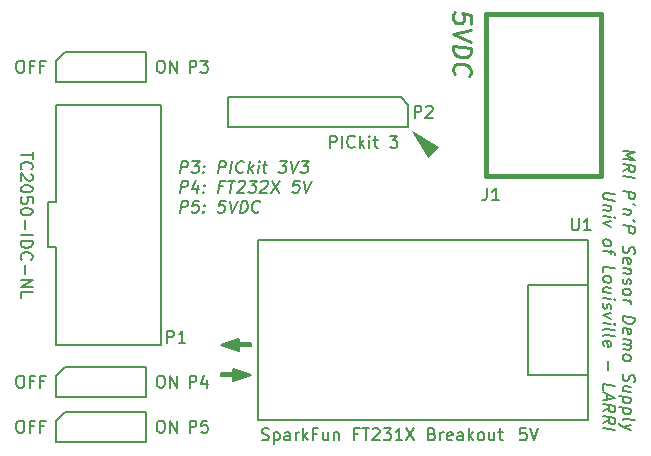
<source format=gbr>
%TF.GenerationSoftware,KiCad,Pcbnew,(5.1.9)-1*%
%TF.CreationDate,2021-03-12T12:12:47-05:00*%
%TF.ProjectId,ProgramBoard,50726f67-7261-46d4-926f-6172642e6b69,rev?*%
%TF.SameCoordinates,PX54c81a0PY791ddc0*%
%TF.FileFunction,Legend,Top*%
%TF.FilePolarity,Positive*%
%FSLAX46Y46*%
G04 Gerber Fmt 4.6, Leading zero omitted, Abs format (unit mm)*
G04 Created by KiCad (PCBNEW (5.1.9)-1) date 2021-03-12 12:12:47*
%MOMM*%
%LPD*%
G01*
G04 APERTURE LIST*
%ADD10C,0.152400*%
%ADD11C,0.254000*%
%ADD12C,0.100000*%
%ADD13C,0.381000*%
G04 APERTURE END LIST*
D10*
X45526476Y3096381D02*
X45042666Y3096381D01*
X44994285Y2612572D01*
X45042666Y2660953D01*
X45139428Y2709334D01*
X45381333Y2709334D01*
X45478095Y2660953D01*
X45526476Y2612572D01*
X45574857Y2515810D01*
X45574857Y2273905D01*
X45526476Y2177143D01*
X45478095Y2128762D01*
X45381333Y2080381D01*
X45139428Y2080381D01*
X45042666Y2128762D01*
X44994285Y2177143D01*
X45865142Y3096381D02*
X46203809Y2080381D01*
X46542476Y3096381D01*
X21209001Y7620000D02*
X20828000Y7493000D01*
X21209001Y7620000D02*
X20828000Y7747000D01*
X20701000Y7747000D02*
X19685000Y7747000D01*
X20701000Y7493000D02*
X19685000Y7493000D01*
X19685000Y7493000D02*
X19685000Y7747000D01*
X21717000Y7620000D02*
X20701000Y7874000D01*
X20701000Y7112000D02*
X22225000Y7620000D01*
X21717000Y7620000D02*
X20701000Y7366000D01*
X22225000Y7620000D02*
X20701000Y8128000D01*
X22225000Y7620000D02*
X19685000Y7620000D01*
X20701000Y8128000D02*
X20701000Y7112000D01*
X21971000Y7620000D02*
X20701000Y7239000D01*
X21844000Y7620000D02*
X20701000Y8001000D01*
X20701000Y10160000D02*
X21082000Y10287000D01*
X20701000Y10160000D02*
X21082000Y10033000D01*
X21209000Y10033000D02*
X22225000Y10033000D01*
X21209000Y10287000D02*
X22225000Y10287000D01*
X22225000Y10287000D02*
X22225000Y10033000D01*
X20193000Y10160000D02*
X21209000Y9906000D01*
X21209000Y10668000D02*
X19685000Y10160000D01*
X20193000Y10160000D02*
X21209000Y10414000D01*
X19685000Y10160000D02*
X21209000Y9652000D01*
X19685000Y10160000D02*
X22225000Y10160000D01*
X21209000Y9652000D02*
X21209000Y10668000D01*
X19939000Y10160000D02*
X21209000Y10541000D01*
X20066000Y10160000D02*
X21209000Y9779000D01*
X28915964Y26845381D02*
X28915964Y27861381D01*
X29303012Y27861381D01*
X29399774Y27813000D01*
X29448155Y27764620D01*
X29496536Y27667858D01*
X29496536Y27522715D01*
X29448155Y27425953D01*
X29399774Y27377572D01*
X29303012Y27329191D01*
X28915964Y27329191D01*
X29931964Y26845381D02*
X29931964Y27861381D01*
X30996345Y26942143D02*
X30947964Y26893762D01*
X30802821Y26845381D01*
X30706060Y26845381D01*
X30560917Y26893762D01*
X30464155Y26990524D01*
X30415774Y27087286D01*
X30367393Y27280810D01*
X30367393Y27425953D01*
X30415774Y27619477D01*
X30464155Y27716239D01*
X30560917Y27813000D01*
X30706060Y27861381D01*
X30802821Y27861381D01*
X30947964Y27813000D01*
X30996345Y27764620D01*
X31431774Y26845381D02*
X31431774Y27861381D01*
X31528536Y27232429D02*
X31818821Y26845381D01*
X31818821Y27522715D02*
X31431774Y27135667D01*
X32254250Y26845381D02*
X32254250Y27522715D01*
X32254250Y27861381D02*
X32205869Y27813000D01*
X32254250Y27764620D01*
X32302631Y27813000D01*
X32254250Y27861381D01*
X32254250Y27764620D01*
X32592917Y27522715D02*
X32979964Y27522715D01*
X32738060Y27861381D02*
X32738060Y26990524D01*
X32786440Y26893762D01*
X32883202Y26845381D01*
X32979964Y26845381D01*
X33995964Y27861381D02*
X34624917Y27861381D01*
X34286250Y27474334D01*
X34431393Y27474334D01*
X34528155Y27425953D01*
X34576536Y27377572D01*
X34624917Y27280810D01*
X34624917Y27038905D01*
X34576536Y26942143D01*
X34528155Y26893762D01*
X34431393Y26845381D01*
X34141107Y26845381D01*
X34044345Y26893762D01*
X33995964Y26942143D01*
X53718580Y26603325D02*
X54734580Y26476325D01*
X54008866Y26228373D01*
X54734580Y25798992D01*
X53718580Y25925992D01*
X53718580Y24861611D02*
X54202390Y25139802D01*
X53718580Y25442183D02*
X54734580Y25315183D01*
X54734580Y24928135D01*
X54686200Y24837421D01*
X54637819Y24795087D01*
X54541057Y24758802D01*
X54395914Y24776945D01*
X54299152Y24837421D01*
X54250771Y24891849D01*
X54202390Y24994659D01*
X54202390Y25381706D01*
X53718580Y24426183D02*
X54734580Y24299183D01*
X53718580Y23168278D02*
X54734580Y23041278D01*
X54734580Y22654230D01*
X54686200Y22563516D01*
X54637819Y22521183D01*
X54541057Y22484897D01*
X54395914Y22503040D01*
X54299152Y22563516D01*
X54250771Y22617945D01*
X54202390Y22720754D01*
X54202390Y23107802D01*
X54734580Y21976897D02*
X54541057Y22097849D01*
X54395914Y21583802D02*
X53718580Y21668468D01*
X54299152Y21595897D02*
X54347533Y21541468D01*
X54395914Y21438659D01*
X54395914Y21293516D01*
X54347533Y21202802D01*
X54250771Y21166516D01*
X53718580Y21233040D01*
X54734580Y20573849D02*
X54541057Y20694802D01*
X53718580Y20265421D02*
X54734580Y20138421D01*
X54734580Y19751373D01*
X54686200Y19660659D01*
X54637819Y19618326D01*
X54541057Y19582040D01*
X54395914Y19600183D01*
X54299152Y19660659D01*
X54250771Y19715087D01*
X54202390Y19817897D01*
X54202390Y20204945D01*
X53766961Y18517659D02*
X53718580Y18378564D01*
X53718580Y18136659D01*
X53766961Y18033849D01*
X53815342Y17979421D01*
X53912104Y17918945D01*
X54008866Y17906849D01*
X54105628Y17943135D01*
X54154009Y17985468D01*
X54202390Y18076183D01*
X54250771Y18263659D01*
X54299152Y18354373D01*
X54347533Y18396706D01*
X54444295Y18432992D01*
X54541057Y18420897D01*
X54637819Y18360421D01*
X54686200Y18305992D01*
X54734580Y18203183D01*
X54734580Y17961278D01*
X54686200Y17822183D01*
X53766961Y17114611D02*
X53718580Y17217421D01*
X53718580Y17410945D01*
X53766961Y17501659D01*
X53863723Y17537945D01*
X54250771Y17489564D01*
X54347533Y17429087D01*
X54395914Y17326278D01*
X54395914Y17132754D01*
X54347533Y17042040D01*
X54250771Y17005754D01*
X54154009Y17017849D01*
X54057247Y17513754D01*
X54395914Y16552183D02*
X53718580Y16636849D01*
X54299152Y16564278D02*
X54347533Y16509849D01*
X54395914Y16407040D01*
X54395914Y16261897D01*
X54347533Y16171183D01*
X54250771Y16134897D01*
X53718580Y16201421D01*
X53766961Y15759945D02*
X53718580Y15669230D01*
X53718580Y15475706D01*
X53766961Y15372897D01*
X53863723Y15312421D01*
X53912104Y15306373D01*
X54008866Y15342659D01*
X54057247Y15433373D01*
X54057247Y15578516D01*
X54105628Y15669230D01*
X54202390Y15705516D01*
X54250771Y15699468D01*
X54347533Y15638992D01*
X54395914Y15536183D01*
X54395914Y15391040D01*
X54347533Y15300325D01*
X53718580Y14749992D02*
X53766961Y14840706D01*
X53815342Y14883040D01*
X53912104Y14919325D01*
X54202390Y14883040D01*
X54299152Y14822564D01*
X54347533Y14768135D01*
X54395914Y14665325D01*
X54395914Y14520183D01*
X54347533Y14429468D01*
X54299152Y14387135D01*
X54202390Y14350849D01*
X53912104Y14387135D01*
X53815342Y14447611D01*
X53766961Y14502040D01*
X53718580Y14604849D01*
X53718580Y14749992D01*
X53718580Y13975897D02*
X54395914Y13891230D01*
X54202390Y13915421D02*
X54299152Y13854945D01*
X54347533Y13800516D01*
X54395914Y13697706D01*
X54395914Y13600945D01*
X53718580Y12572849D02*
X54734580Y12445849D01*
X54734580Y12203945D01*
X54686200Y12064849D01*
X54589438Y11980183D01*
X54492676Y11943897D01*
X54299152Y11919706D01*
X54154009Y11937849D01*
X53960485Y12010421D01*
X53863723Y12070897D01*
X53766961Y12179754D01*
X53718580Y12330945D01*
X53718580Y12572849D01*
X53766961Y11163754D02*
X53718580Y11266564D01*
X53718580Y11460087D01*
X53766961Y11550802D01*
X53863723Y11587087D01*
X54250771Y11538706D01*
X54347533Y11478230D01*
X54395914Y11375421D01*
X54395914Y11181897D01*
X54347533Y11091183D01*
X54250771Y11054897D01*
X54154009Y11066992D01*
X54057247Y11562897D01*
X53718580Y10685992D02*
X54395914Y10601325D01*
X54299152Y10613421D02*
X54347533Y10558992D01*
X54395914Y10456183D01*
X54395914Y10311040D01*
X54347533Y10220325D01*
X54250771Y10184040D01*
X53718580Y10250564D01*
X54250771Y10184040D02*
X54347533Y10123564D01*
X54395914Y10020754D01*
X54395914Y9875611D01*
X54347533Y9784897D01*
X54250771Y9748611D01*
X53718580Y9815135D01*
X53718580Y9186183D02*
X53766961Y9276897D01*
X53815342Y9319230D01*
X53912104Y9355516D01*
X54202390Y9319230D01*
X54299152Y9258754D01*
X54347533Y9204325D01*
X54395914Y9101516D01*
X54395914Y8956373D01*
X54347533Y8865659D01*
X54299152Y8823325D01*
X54202390Y8787040D01*
X53912104Y8823325D01*
X53815342Y8883802D01*
X53766961Y8938230D01*
X53718580Y9041040D01*
X53718580Y9186183D01*
X53766961Y7680325D02*
X53718580Y7541230D01*
X53718580Y7299325D01*
X53766961Y7196516D01*
X53815342Y7142087D01*
X53912104Y7081611D01*
X54008866Y7069516D01*
X54105628Y7105802D01*
X54154009Y7148135D01*
X54202390Y7238849D01*
X54250771Y7426325D01*
X54299152Y7517040D01*
X54347533Y7559373D01*
X54444295Y7595659D01*
X54541057Y7583564D01*
X54637819Y7523087D01*
X54686200Y7468659D01*
X54734580Y7365849D01*
X54734580Y7123945D01*
X54686200Y6984849D01*
X54395914Y6150278D02*
X53718580Y6234945D01*
X54395914Y6585706D02*
X53863723Y6652230D01*
X53766961Y6615945D01*
X53718580Y6525230D01*
X53718580Y6380087D01*
X53766961Y6277278D01*
X53815342Y6222849D01*
X54395914Y5666468D02*
X53379914Y5793468D01*
X54347533Y5672516D02*
X54395914Y5569706D01*
X54395914Y5376183D01*
X54347533Y5285468D01*
X54299152Y5243135D01*
X54202390Y5206849D01*
X53912104Y5243135D01*
X53815342Y5303611D01*
X53766961Y5358040D01*
X53718580Y5460849D01*
X53718580Y5654373D01*
X53766961Y5745087D01*
X54395914Y4747230D02*
X53379914Y4874230D01*
X54347533Y4753278D02*
X54395914Y4650468D01*
X54395914Y4456945D01*
X54347533Y4366230D01*
X54299152Y4323897D01*
X54202390Y4287611D01*
X53912104Y4323897D01*
X53815342Y4384373D01*
X53766961Y4438802D01*
X53718580Y4541611D01*
X53718580Y4735135D01*
X53766961Y4825849D01*
X53718580Y3767516D02*
X53766961Y3858230D01*
X53863723Y3894516D01*
X54734580Y3785659D01*
X54395914Y3392564D02*
X53718580Y3235325D01*
X54395914Y2908754D02*
X53718580Y3235325D01*
X53476676Y3362325D01*
X53428295Y3416754D01*
X53379914Y3519564D01*
X53058180Y22944516D02*
X52235704Y23047326D01*
X52138942Y23011040D01*
X52090561Y22968706D01*
X52042180Y22877992D01*
X52042180Y22684468D01*
X52090561Y22581659D01*
X52138942Y22527230D01*
X52235704Y22466754D01*
X53058180Y22363945D01*
X52719514Y21922468D02*
X52042180Y22007135D01*
X52622752Y21934564D02*
X52671133Y21880135D01*
X52719514Y21777326D01*
X52719514Y21632183D01*
X52671133Y21541468D01*
X52574371Y21505183D01*
X52042180Y21571706D01*
X52042180Y21087897D02*
X52719514Y21003230D01*
X53058180Y20960897D02*
X53009800Y21015326D01*
X52961419Y20972992D01*
X53009800Y20918564D01*
X53058180Y20960897D01*
X52961419Y20972992D01*
X52719514Y20616183D02*
X52042180Y20458945D01*
X52719514Y20132373D01*
X52042180Y18910754D02*
X52090561Y19001468D01*
X52138942Y19043802D01*
X52235704Y19080087D01*
X52525990Y19043802D01*
X52622752Y18983326D01*
X52671133Y18928897D01*
X52719514Y18826087D01*
X52719514Y18680945D01*
X52671133Y18590230D01*
X52622752Y18547897D01*
X52525990Y18511611D01*
X52235704Y18547897D01*
X52138942Y18608373D01*
X52090561Y18662802D01*
X52042180Y18765611D01*
X52042180Y18910754D01*
X52719514Y18197135D02*
X52719514Y17810087D01*
X52042180Y18136659D02*
X52913038Y18027802D01*
X53009800Y17967326D01*
X53058180Y17864516D01*
X53058180Y17767754D01*
X52042180Y16298183D02*
X52042180Y16781992D01*
X53058180Y16654992D01*
X52042180Y15814373D02*
X52090561Y15905087D01*
X52138942Y15947421D01*
X52235704Y15983706D01*
X52525990Y15947421D01*
X52622752Y15886945D01*
X52671133Y15832516D01*
X52719514Y15729706D01*
X52719514Y15584564D01*
X52671133Y15493849D01*
X52622752Y15451516D01*
X52525990Y15415230D01*
X52235704Y15451516D01*
X52138942Y15511992D01*
X52090561Y15566421D01*
X52042180Y15669230D01*
X52042180Y15814373D01*
X52719514Y14520183D02*
X52042180Y14604849D01*
X52719514Y14955611D02*
X52187323Y15022135D01*
X52090561Y14985849D01*
X52042180Y14895135D01*
X52042180Y14749992D01*
X52090561Y14647183D01*
X52138942Y14592754D01*
X52042180Y14121040D02*
X52719514Y14036373D01*
X53058180Y13994040D02*
X53009800Y14048468D01*
X52961419Y14006135D01*
X53009800Y13951706D01*
X53058180Y13994040D01*
X52961419Y14006135D01*
X52090561Y13679564D02*
X52042180Y13588849D01*
X52042180Y13395326D01*
X52090561Y13292516D01*
X52187323Y13232040D01*
X52235704Y13225992D01*
X52332466Y13262278D01*
X52380847Y13352992D01*
X52380847Y13498135D01*
X52429228Y13588849D01*
X52525990Y13625135D01*
X52574371Y13619087D01*
X52671133Y13558611D01*
X52719514Y13455802D01*
X52719514Y13310659D01*
X52671133Y13219945D01*
X52719514Y12826849D02*
X52042180Y12669611D01*
X52719514Y12343040D01*
X52042180Y12040659D02*
X52719514Y11955992D01*
X53058180Y11913659D02*
X53009800Y11968087D01*
X52961419Y11925754D01*
X53009800Y11871326D01*
X53058180Y11913659D01*
X52961419Y11925754D01*
X52042180Y11411706D02*
X52090561Y11502421D01*
X52187323Y11538706D01*
X53058180Y11429849D01*
X52042180Y10879516D02*
X52090561Y10970230D01*
X52187323Y11006516D01*
X53058180Y10897659D01*
X52090561Y10099373D02*
X52042180Y10202183D01*
X52042180Y10395706D01*
X52090561Y10486421D01*
X52187323Y10522706D01*
X52574371Y10474326D01*
X52671133Y10413849D01*
X52719514Y10311040D01*
X52719514Y10117516D01*
X52671133Y10026802D01*
X52574371Y9990516D01*
X52477609Y10002611D01*
X52380847Y10498516D01*
X52429228Y8799135D02*
X52429228Y8025040D01*
X52042180Y6331706D02*
X52042180Y6815516D01*
X53058180Y6688516D01*
X52332466Y6005135D02*
X52332466Y5521325D01*
X52042180Y6138183D02*
X53058180Y5672516D01*
X52042180Y5460849D01*
X52042180Y4541611D02*
X52525990Y4819802D01*
X52042180Y5122183D02*
X53058180Y4995183D01*
X53058180Y4608135D01*
X53009800Y4517421D01*
X52961419Y4475087D01*
X52864657Y4438802D01*
X52719514Y4456945D01*
X52622752Y4517421D01*
X52574371Y4571849D01*
X52525990Y4674659D01*
X52525990Y5061706D01*
X52042180Y3525611D02*
X52525990Y3803802D01*
X52042180Y4106183D02*
X53058180Y3979183D01*
X53058180Y3592135D01*
X53009800Y3501421D01*
X52961419Y3459087D01*
X52864657Y3422802D01*
X52719514Y3440945D01*
X52622752Y3501421D01*
X52574371Y3555849D01*
X52525990Y3658659D01*
X52525990Y4045706D01*
X52042180Y3090183D02*
X53058180Y2963183D01*
X3731380Y26512762D02*
X3731380Y25932191D01*
X2715380Y26222477D02*
X3731380Y26222477D01*
X2812142Y25012953D02*
X2763761Y25061334D01*
X2715380Y25206477D01*
X2715380Y25303239D01*
X2763761Y25448381D01*
X2860523Y25545143D01*
X2957285Y25593524D01*
X3150809Y25641905D01*
X3295952Y25641905D01*
X3489476Y25593524D01*
X3586238Y25545143D01*
X3683000Y25448381D01*
X3731380Y25303239D01*
X3731380Y25206477D01*
X3683000Y25061334D01*
X3634619Y25012953D01*
X3634619Y24625905D02*
X3683000Y24577524D01*
X3731380Y24480762D01*
X3731380Y24238858D01*
X3683000Y24142096D01*
X3634619Y24093715D01*
X3537857Y24045334D01*
X3441095Y24045334D01*
X3295952Y24093715D01*
X2715380Y24674286D01*
X2715380Y24045334D01*
X3731380Y23416381D02*
X3731380Y23319620D01*
X3683000Y23222858D01*
X3634619Y23174477D01*
X3537857Y23126096D01*
X3344333Y23077715D01*
X3102428Y23077715D01*
X2908904Y23126096D01*
X2812142Y23174477D01*
X2763761Y23222858D01*
X2715380Y23319620D01*
X2715380Y23416381D01*
X2763761Y23513143D01*
X2812142Y23561524D01*
X2908904Y23609905D01*
X3102428Y23658286D01*
X3344333Y23658286D01*
X3537857Y23609905D01*
X3634619Y23561524D01*
X3683000Y23513143D01*
X3731380Y23416381D01*
X3731380Y22158477D02*
X3731380Y22642286D01*
X3247571Y22690667D01*
X3295952Y22642286D01*
X3344333Y22545524D01*
X3344333Y22303620D01*
X3295952Y22206858D01*
X3247571Y22158477D01*
X3150809Y22110096D01*
X2908904Y22110096D01*
X2812142Y22158477D01*
X2763761Y22206858D01*
X2715380Y22303620D01*
X2715380Y22545524D01*
X2763761Y22642286D01*
X2812142Y22690667D01*
X3731380Y21481143D02*
X3731380Y21384381D01*
X3683000Y21287620D01*
X3634619Y21239239D01*
X3537857Y21190858D01*
X3344333Y21142477D01*
X3102428Y21142477D01*
X2908904Y21190858D01*
X2812142Y21239239D01*
X2763761Y21287620D01*
X2715380Y21384381D01*
X2715380Y21481143D01*
X2763761Y21577905D01*
X2812142Y21626286D01*
X2908904Y21674667D01*
X3102428Y21723048D01*
X3344333Y21723048D01*
X3537857Y21674667D01*
X3634619Y21626286D01*
X3683000Y21577905D01*
X3731380Y21481143D01*
X3102428Y20707048D02*
X3102428Y19932953D01*
X2715380Y19449143D02*
X3731380Y19449143D01*
X2715380Y18965334D02*
X3731380Y18965334D01*
X3731380Y18723429D01*
X3683000Y18578286D01*
X3586238Y18481524D01*
X3489476Y18433143D01*
X3295952Y18384762D01*
X3150809Y18384762D01*
X2957285Y18433143D01*
X2860523Y18481524D01*
X2763761Y18578286D01*
X2715380Y18723429D01*
X2715380Y18965334D01*
X2812142Y17368762D02*
X2763761Y17417143D01*
X2715380Y17562286D01*
X2715380Y17659048D01*
X2763761Y17804191D01*
X2860523Y17900953D01*
X2957285Y17949334D01*
X3150809Y17997715D01*
X3295952Y17997715D01*
X3489476Y17949334D01*
X3586238Y17900953D01*
X3683000Y17804191D01*
X3731380Y17659048D01*
X3731380Y17562286D01*
X3683000Y17417143D01*
X3634619Y17368762D01*
X3102428Y16933334D02*
X3102428Y16159239D01*
X2715380Y15675429D02*
X3731380Y15675429D01*
X2715380Y15094858D01*
X3731380Y15094858D01*
X2715380Y14127239D02*
X2715380Y14611048D01*
X3731380Y14611048D01*
X16222012Y24711781D02*
X16349012Y25727781D01*
X16736060Y25727781D01*
X16826774Y25679400D01*
X16869107Y25631020D01*
X16905393Y25534258D01*
X16887250Y25389115D01*
X16826774Y25292353D01*
X16772345Y25243972D01*
X16669536Y25195591D01*
X16282488Y25195591D01*
X17268250Y25727781D02*
X17897202Y25727781D01*
X17510155Y25340734D01*
X17655298Y25340734D01*
X17746012Y25292353D01*
X17788345Y25243972D01*
X17824631Y25147210D01*
X17794393Y24905305D01*
X17733917Y24808543D01*
X17679488Y24760162D01*
X17576679Y24711781D01*
X17286393Y24711781D01*
X17195679Y24760162D01*
X17153345Y24808543D01*
X18217726Y24808543D02*
X18260060Y24760162D01*
X18205631Y24711781D01*
X18163298Y24760162D01*
X18217726Y24808543D01*
X18205631Y24711781D01*
X18284250Y25340734D02*
X18326583Y25292353D01*
X18272155Y25243972D01*
X18229821Y25292353D01*
X18284250Y25340734D01*
X18272155Y25243972D01*
X19463536Y24711781D02*
X19590536Y25727781D01*
X19977583Y25727781D01*
X20068298Y25679400D01*
X20110631Y25631020D01*
X20146917Y25534258D01*
X20128774Y25389115D01*
X20068298Y25292353D01*
X20013869Y25243972D01*
X19911060Y25195591D01*
X19524012Y25195591D01*
X20479536Y24711781D02*
X20606536Y25727781D01*
X21556012Y24808543D02*
X21501583Y24760162D01*
X21350393Y24711781D01*
X21253631Y24711781D01*
X21114536Y24760162D01*
X21029869Y24856924D01*
X20993583Y24953686D01*
X20969393Y25147210D01*
X20987536Y25292353D01*
X21060107Y25485877D01*
X21120583Y25582639D01*
X21229440Y25679400D01*
X21380631Y25727781D01*
X21477393Y25727781D01*
X21616488Y25679400D01*
X21658821Y25631020D01*
X21979345Y24711781D02*
X22106345Y25727781D01*
X22124488Y25098829D02*
X22366393Y24711781D01*
X22451060Y25389115D02*
X22015631Y25002067D01*
X22801821Y24711781D02*
X22886488Y25389115D01*
X22928821Y25727781D02*
X22874393Y25679400D01*
X22916726Y25631020D01*
X22971155Y25679400D01*
X22928821Y25727781D01*
X22916726Y25631020D01*
X23225155Y25389115D02*
X23612202Y25389115D01*
X23412631Y25727781D02*
X23303774Y24856924D01*
X23340060Y24760162D01*
X23430774Y24711781D01*
X23527536Y24711781D01*
X24670536Y25727781D02*
X25299488Y25727781D01*
X24912440Y25340734D01*
X25057583Y25340734D01*
X25148298Y25292353D01*
X25190631Y25243972D01*
X25226917Y25147210D01*
X25196679Y24905305D01*
X25136202Y24808543D01*
X25081774Y24760162D01*
X24978964Y24711781D01*
X24688679Y24711781D01*
X24597964Y24760162D01*
X24555631Y24808543D01*
X25589774Y25727781D02*
X25801440Y24711781D01*
X26267107Y25727781D01*
X26509012Y25727781D02*
X27137964Y25727781D01*
X26750917Y25340734D01*
X26896060Y25340734D01*
X26986774Y25292353D01*
X27029107Y25243972D01*
X27065393Y25147210D01*
X27035155Y24905305D01*
X26974679Y24808543D01*
X26920250Y24760162D01*
X26817440Y24711781D01*
X26527155Y24711781D01*
X26436440Y24760162D01*
X26394107Y24808543D01*
X16222012Y23035381D02*
X16349012Y24051381D01*
X16736060Y24051381D01*
X16826774Y24003000D01*
X16869107Y23954620D01*
X16905393Y23857858D01*
X16887250Y23712715D01*
X16826774Y23615953D01*
X16772345Y23567572D01*
X16669536Y23519191D01*
X16282488Y23519191D01*
X17758107Y23712715D02*
X17673440Y23035381D01*
X17564583Y24099762D02*
X17231964Y23374048D01*
X17860917Y23374048D01*
X18217726Y23132143D02*
X18260060Y23083762D01*
X18205631Y23035381D01*
X18163298Y23083762D01*
X18217726Y23132143D01*
X18205631Y23035381D01*
X18284250Y23664334D02*
X18326583Y23615953D01*
X18272155Y23567572D01*
X18229821Y23615953D01*
X18284250Y23664334D01*
X18272155Y23567572D01*
X19868726Y23567572D02*
X19530060Y23567572D01*
X19463536Y23035381D02*
X19590536Y24051381D01*
X20074345Y24051381D01*
X20316250Y24051381D02*
X20896821Y24051381D01*
X20479536Y23035381D02*
X20606536Y24051381D01*
X21175012Y23954620D02*
X21229440Y24003000D01*
X21332250Y24051381D01*
X21574155Y24051381D01*
X21664869Y24003000D01*
X21707202Y23954620D01*
X21743488Y23857858D01*
X21731393Y23761096D01*
X21664869Y23615953D01*
X21011726Y23035381D01*
X21640679Y23035381D01*
X22106345Y24051381D02*
X22735298Y24051381D01*
X22348250Y23664334D01*
X22493393Y23664334D01*
X22584107Y23615953D01*
X22626440Y23567572D01*
X22662726Y23470810D01*
X22632488Y23228905D01*
X22572012Y23132143D01*
X22517583Y23083762D01*
X22414774Y23035381D01*
X22124488Y23035381D01*
X22033774Y23083762D01*
X21991440Y23132143D01*
X23110250Y23954620D02*
X23164679Y24003000D01*
X23267488Y24051381D01*
X23509393Y24051381D01*
X23600107Y24003000D01*
X23642440Y23954620D01*
X23678726Y23857858D01*
X23666631Y23761096D01*
X23600107Y23615953D01*
X22946964Y23035381D01*
X23575917Y23035381D01*
X24041583Y24051381D02*
X24591917Y23035381D01*
X24718917Y24051381D02*
X23914583Y23035381D01*
X26363869Y24051381D02*
X25880060Y24051381D01*
X25771202Y23567572D01*
X25825631Y23615953D01*
X25928440Y23664334D01*
X26170345Y23664334D01*
X26261060Y23615953D01*
X26303393Y23567572D01*
X26339679Y23470810D01*
X26309440Y23228905D01*
X26248964Y23132143D01*
X26194536Y23083762D01*
X26091726Y23035381D01*
X25849821Y23035381D01*
X25759107Y23083762D01*
X25716774Y23132143D01*
X26702536Y24051381D02*
X26914202Y23035381D01*
X27379869Y24051381D01*
X16222012Y21358981D02*
X16349012Y22374981D01*
X16736060Y22374981D01*
X16826774Y22326600D01*
X16869107Y22278220D01*
X16905393Y22181458D01*
X16887250Y22036315D01*
X16826774Y21939553D01*
X16772345Y21891172D01*
X16669536Y21842791D01*
X16282488Y21842791D01*
X17848821Y22374981D02*
X17365012Y22374981D01*
X17256155Y21891172D01*
X17310583Y21939553D01*
X17413393Y21987934D01*
X17655298Y21987934D01*
X17746012Y21939553D01*
X17788345Y21891172D01*
X17824631Y21794410D01*
X17794393Y21552505D01*
X17733917Y21455743D01*
X17679488Y21407362D01*
X17576679Y21358981D01*
X17334774Y21358981D01*
X17244060Y21407362D01*
X17201726Y21455743D01*
X18217726Y21455743D02*
X18260060Y21407362D01*
X18205631Y21358981D01*
X18163298Y21407362D01*
X18217726Y21455743D01*
X18205631Y21358981D01*
X18284250Y21987934D02*
X18326583Y21939553D01*
X18272155Y21891172D01*
X18229821Y21939553D01*
X18284250Y21987934D01*
X18272155Y21891172D01*
X20074345Y22374981D02*
X19590536Y22374981D01*
X19481679Y21891172D01*
X19536107Y21939553D01*
X19638917Y21987934D01*
X19880821Y21987934D01*
X19971536Y21939553D01*
X20013869Y21891172D01*
X20050155Y21794410D01*
X20019917Y21552505D01*
X19959440Y21455743D01*
X19905012Y21407362D01*
X19802202Y21358981D01*
X19560298Y21358981D01*
X19469583Y21407362D01*
X19427250Y21455743D01*
X20413012Y22374981D02*
X20624679Y21358981D01*
X21090345Y22374981D01*
X21302012Y21358981D02*
X21429012Y22374981D01*
X21670917Y22374981D01*
X21810012Y22326600D01*
X21894679Y22229839D01*
X21930964Y22133077D01*
X21955155Y21939553D01*
X21937012Y21794410D01*
X21864440Y21600886D01*
X21803964Y21504124D01*
X21695107Y21407362D01*
X21543917Y21358981D01*
X21302012Y21358981D01*
X22910679Y21455743D02*
X22856250Y21407362D01*
X22705060Y21358981D01*
X22608298Y21358981D01*
X22469202Y21407362D01*
X22384536Y21504124D01*
X22348250Y21600886D01*
X22324060Y21794410D01*
X22342202Y21939553D01*
X22414774Y22133077D01*
X22475250Y22229839D01*
X22584107Y22326600D01*
X22735298Y22374981D01*
X22832060Y22374981D01*
X22971155Y22326600D01*
X23013488Y22278220D01*
X23152583Y2128762D02*
X23297726Y2080381D01*
X23539631Y2080381D01*
X23636393Y2128762D01*
X23684774Y2177143D01*
X23733155Y2273905D01*
X23733155Y2370667D01*
X23684774Y2467429D01*
X23636393Y2515810D01*
X23539631Y2564191D01*
X23346107Y2612572D01*
X23249345Y2660953D01*
X23200964Y2709334D01*
X23152583Y2806096D01*
X23152583Y2902858D01*
X23200964Y2999620D01*
X23249345Y3048000D01*
X23346107Y3096381D01*
X23588012Y3096381D01*
X23733155Y3048000D01*
X24168583Y2757715D02*
X24168583Y1741715D01*
X24168583Y2709334D02*
X24265345Y2757715D01*
X24458869Y2757715D01*
X24555631Y2709334D01*
X24604012Y2660953D01*
X24652393Y2564191D01*
X24652393Y2273905D01*
X24604012Y2177143D01*
X24555631Y2128762D01*
X24458869Y2080381D01*
X24265345Y2080381D01*
X24168583Y2128762D01*
X25523250Y2080381D02*
X25523250Y2612572D01*
X25474869Y2709334D01*
X25378107Y2757715D01*
X25184583Y2757715D01*
X25087821Y2709334D01*
X25523250Y2128762D02*
X25426488Y2080381D01*
X25184583Y2080381D01*
X25087821Y2128762D01*
X25039440Y2225524D01*
X25039440Y2322286D01*
X25087821Y2419048D01*
X25184583Y2467429D01*
X25426488Y2467429D01*
X25523250Y2515810D01*
X26007060Y2080381D02*
X26007060Y2757715D01*
X26007060Y2564191D02*
X26055440Y2660953D01*
X26103821Y2709334D01*
X26200583Y2757715D01*
X26297345Y2757715D01*
X26636012Y2080381D02*
X26636012Y3096381D01*
X26732774Y2467429D02*
X27023060Y2080381D01*
X27023060Y2757715D02*
X26636012Y2370667D01*
X27797155Y2612572D02*
X27458488Y2612572D01*
X27458488Y2080381D02*
X27458488Y3096381D01*
X27942298Y3096381D01*
X28764774Y2757715D02*
X28764774Y2080381D01*
X28329345Y2757715D02*
X28329345Y2225524D01*
X28377726Y2128762D01*
X28474488Y2080381D01*
X28619631Y2080381D01*
X28716393Y2128762D01*
X28764774Y2177143D01*
X29248583Y2757715D02*
X29248583Y2080381D01*
X29248583Y2660953D02*
X29296964Y2709334D01*
X29393726Y2757715D01*
X29538869Y2757715D01*
X29635631Y2709334D01*
X29684012Y2612572D01*
X29684012Y2080381D01*
X31280583Y2612572D02*
X30941917Y2612572D01*
X30941917Y2080381D02*
X30941917Y3096381D01*
X31425726Y3096381D01*
X31667631Y3096381D02*
X32248202Y3096381D01*
X31957917Y2080381D02*
X31957917Y3096381D01*
X32538488Y2999620D02*
X32586869Y3048000D01*
X32683631Y3096381D01*
X32925536Y3096381D01*
X33022298Y3048000D01*
X33070679Y2999620D01*
X33119060Y2902858D01*
X33119060Y2806096D01*
X33070679Y2660953D01*
X32490107Y2080381D01*
X33119060Y2080381D01*
X33457726Y3096381D02*
X34086679Y3096381D01*
X33748012Y2709334D01*
X33893155Y2709334D01*
X33989917Y2660953D01*
X34038298Y2612572D01*
X34086679Y2515810D01*
X34086679Y2273905D01*
X34038298Y2177143D01*
X33989917Y2128762D01*
X33893155Y2080381D01*
X33602869Y2080381D01*
X33506107Y2128762D01*
X33457726Y2177143D01*
X35054298Y2080381D02*
X34473726Y2080381D01*
X34764012Y2080381D02*
X34764012Y3096381D01*
X34667250Y2951239D01*
X34570488Y2854477D01*
X34473726Y2806096D01*
X35392964Y3096381D02*
X36070298Y2080381D01*
X36070298Y3096381D02*
X35392964Y2080381D01*
X37570107Y2612572D02*
X37715250Y2564191D01*
X37763631Y2515810D01*
X37812012Y2419048D01*
X37812012Y2273905D01*
X37763631Y2177143D01*
X37715250Y2128762D01*
X37618488Y2080381D01*
X37231440Y2080381D01*
X37231440Y3096381D01*
X37570107Y3096381D01*
X37666869Y3048000D01*
X37715250Y2999620D01*
X37763631Y2902858D01*
X37763631Y2806096D01*
X37715250Y2709334D01*
X37666869Y2660953D01*
X37570107Y2612572D01*
X37231440Y2612572D01*
X38247440Y2080381D02*
X38247440Y2757715D01*
X38247440Y2564191D02*
X38295821Y2660953D01*
X38344202Y2709334D01*
X38440964Y2757715D01*
X38537726Y2757715D01*
X39263440Y2128762D02*
X39166679Y2080381D01*
X38973155Y2080381D01*
X38876393Y2128762D01*
X38828012Y2225524D01*
X38828012Y2612572D01*
X38876393Y2709334D01*
X38973155Y2757715D01*
X39166679Y2757715D01*
X39263440Y2709334D01*
X39311821Y2612572D01*
X39311821Y2515810D01*
X38828012Y2419048D01*
X40182679Y2080381D02*
X40182679Y2612572D01*
X40134298Y2709334D01*
X40037536Y2757715D01*
X39844012Y2757715D01*
X39747250Y2709334D01*
X40182679Y2128762D02*
X40085917Y2080381D01*
X39844012Y2080381D01*
X39747250Y2128762D01*
X39698869Y2225524D01*
X39698869Y2322286D01*
X39747250Y2419048D01*
X39844012Y2467429D01*
X40085917Y2467429D01*
X40182679Y2515810D01*
X40666488Y2080381D02*
X40666488Y3096381D01*
X40763250Y2467429D02*
X41053536Y2080381D01*
X41053536Y2757715D02*
X40666488Y2370667D01*
X41634107Y2080381D02*
X41537345Y2128762D01*
X41488964Y2177143D01*
X41440583Y2273905D01*
X41440583Y2564191D01*
X41488964Y2660953D01*
X41537345Y2709334D01*
X41634107Y2757715D01*
X41779250Y2757715D01*
X41876012Y2709334D01*
X41924393Y2660953D01*
X41972774Y2564191D01*
X41972774Y2273905D01*
X41924393Y2177143D01*
X41876012Y2128762D01*
X41779250Y2080381D01*
X41634107Y2080381D01*
X42843631Y2757715D02*
X42843631Y2080381D01*
X42408202Y2757715D02*
X42408202Y2225524D01*
X42456583Y2128762D01*
X42553345Y2080381D01*
X42698488Y2080381D01*
X42795250Y2128762D01*
X42843631Y2177143D01*
X43182298Y2757715D02*
X43569345Y2757715D01*
X43327440Y3096381D02*
X43327440Y2225524D01*
X43375821Y2128762D01*
X43472583Y2080381D01*
X43569345Y2080381D01*
D11*
X40839571Y37338227D02*
X40839571Y38063942D01*
X40113857Y38227227D01*
X40186428Y38145584D01*
X40259000Y37991370D01*
X40259000Y37628513D01*
X40186428Y37492442D01*
X40113857Y37428942D01*
X39968714Y37374513D01*
X39605857Y37419870D01*
X39460714Y37510584D01*
X39388142Y37592227D01*
X39315571Y37746442D01*
X39315571Y38109299D01*
X39388142Y38245370D01*
X39460714Y38308870D01*
X40839571Y36830227D02*
X39315571Y36512727D01*
X40839571Y35814227D01*
X39315571Y35496727D02*
X40839571Y35306227D01*
X40839571Y34943370D01*
X40767000Y34734727D01*
X40621857Y34607727D01*
X40476714Y34553299D01*
X40186428Y34517013D01*
X39968714Y34544227D01*
X39678428Y34653084D01*
X39533285Y34743799D01*
X39388142Y34907084D01*
X39315571Y35133870D01*
X39315571Y35496727D01*
X39460714Y33083727D02*
X39388142Y33165370D01*
X39315571Y33392156D01*
X39315571Y33537299D01*
X39388142Y33745942D01*
X39533285Y33872942D01*
X39678428Y33927370D01*
X39968714Y33963656D01*
X40186428Y33936442D01*
X40476714Y33827584D01*
X40621857Y33736870D01*
X40767000Y33573584D01*
X40839571Y33346799D01*
X40839571Y33201656D01*
X40767000Y32993013D01*
X40694428Y32929513D01*
D12*
G36*
X38100000Y26933026D02*
G01*
X37201974Y26035000D01*
X35854936Y28280064D01*
X38100000Y26933026D01*
G37*
X38100000Y26933026D02*
X37201974Y26035000D01*
X35854936Y28280064D01*
X38100000Y26933026D01*
D10*
X2610273Y34211381D02*
X2803797Y34211381D01*
X2900559Y34163000D01*
X2997320Y34066239D01*
X3045701Y33872715D01*
X3045701Y33534048D01*
X2997320Y33340524D01*
X2900559Y33243762D01*
X2803797Y33195381D01*
X2610273Y33195381D01*
X2513511Y33243762D01*
X2416749Y33340524D01*
X2368368Y33534048D01*
X2368368Y33872715D01*
X2416749Y34066239D01*
X2513511Y34163000D01*
X2610273Y34211381D01*
X3819797Y33727572D02*
X3481130Y33727572D01*
X3481130Y33195381D02*
X3481130Y34211381D01*
X3964940Y34211381D01*
X4690654Y33727572D02*
X4351987Y33727572D01*
X4351987Y33195381D02*
X4351987Y34211381D01*
X4835797Y34211381D01*
X14504488Y34211381D02*
X14698012Y34211381D01*
X14794774Y34163000D01*
X14891536Y34066239D01*
X14939917Y33872715D01*
X14939917Y33534048D01*
X14891536Y33340524D01*
X14794774Y33243762D01*
X14698012Y33195381D01*
X14504488Y33195381D01*
X14407726Y33243762D01*
X14310964Y33340524D01*
X14262583Y33534048D01*
X14262583Y33872715D01*
X14310964Y34066239D01*
X14407726Y34163000D01*
X14504488Y34211381D01*
X15375345Y33195381D02*
X15375345Y34211381D01*
X15955917Y33195381D01*
X15955917Y34211381D01*
X2610273Y7541381D02*
X2803797Y7541381D01*
X2900559Y7493000D01*
X2997320Y7396239D01*
X3045701Y7202715D01*
X3045701Y6864048D01*
X2997320Y6670524D01*
X2900559Y6573762D01*
X2803797Y6525381D01*
X2610273Y6525381D01*
X2513511Y6573762D01*
X2416749Y6670524D01*
X2368368Y6864048D01*
X2368368Y7202715D01*
X2416749Y7396239D01*
X2513511Y7493000D01*
X2610273Y7541381D01*
X3819797Y7057572D02*
X3481130Y7057572D01*
X3481130Y6525381D02*
X3481130Y7541381D01*
X3964940Y7541381D01*
X4690654Y7057572D02*
X4351987Y7057572D01*
X4351987Y6525381D02*
X4351987Y7541381D01*
X4835797Y7541381D01*
X2610273Y3731381D02*
X2803797Y3731381D01*
X2900559Y3683000D01*
X2997320Y3586239D01*
X3045701Y3392715D01*
X3045701Y3054048D01*
X2997320Y2860524D01*
X2900559Y2763762D01*
X2803797Y2715381D01*
X2610273Y2715381D01*
X2513511Y2763762D01*
X2416749Y2860524D01*
X2368368Y3054048D01*
X2368368Y3392715D01*
X2416749Y3586239D01*
X2513511Y3683000D01*
X2610273Y3731381D01*
X3819797Y3247572D02*
X3481130Y3247572D01*
X3481130Y2715381D02*
X3481130Y3731381D01*
X3964940Y3731381D01*
X4690654Y3247572D02*
X4351987Y3247572D01*
X4351987Y2715381D02*
X4351987Y3731381D01*
X4835797Y3731381D01*
X14504488Y7541381D02*
X14698012Y7541381D01*
X14794774Y7493000D01*
X14891536Y7396239D01*
X14939917Y7202715D01*
X14939917Y6864048D01*
X14891536Y6670524D01*
X14794774Y6573762D01*
X14698012Y6525381D01*
X14504488Y6525381D01*
X14407726Y6573762D01*
X14310964Y6670524D01*
X14262583Y6864048D01*
X14262583Y7202715D01*
X14310964Y7396239D01*
X14407726Y7493000D01*
X14504488Y7541381D01*
X15375345Y6525381D02*
X15375345Y7541381D01*
X15955917Y6525381D01*
X15955917Y7541381D01*
X14504488Y3731381D02*
X14698012Y3731381D01*
X14794774Y3683000D01*
X14891536Y3586239D01*
X14939917Y3392715D01*
X14939917Y3054048D01*
X14891536Y2860524D01*
X14794774Y2763762D01*
X14698012Y2715381D01*
X14504488Y2715381D01*
X14407726Y2763762D01*
X14310964Y2860524D01*
X14262583Y3054048D01*
X14262583Y3392715D01*
X14310964Y3586239D01*
X14407726Y3683000D01*
X14504488Y3731381D01*
X15375345Y2715381D02*
X15375345Y3731381D01*
X15955917Y2715381D01*
X15955917Y3731381D01*
D13*
%TO.C,J1*%
X42090000Y38180000D02*
X42090000Y24480000D01*
X51890000Y38180000D02*
X51890000Y24480000D01*
X42090000Y24480000D02*
X51890000Y24480000D01*
X51890000Y38180000D02*
X42090000Y38180000D01*
D10*
%TO.C,P1*%
X5715000Y22225000D02*
X5715000Y30480000D01*
X5080000Y18415000D02*
X5715000Y18415000D01*
X5080000Y22225000D02*
X5080000Y18415000D01*
X5715000Y22225000D02*
X5080000Y22225000D01*
X5715000Y30480000D02*
X14605000Y30480000D01*
X5715000Y10160000D02*
X5715000Y18415000D01*
X14605000Y10160000D02*
X5715000Y10160000D01*
X14605000Y30480000D02*
X14605000Y10160000D01*
%TO.C,P2*%
X34925000Y31115000D02*
X20320000Y31115000D01*
X35560000Y28575000D02*
X35560000Y30480000D01*
X35560000Y30480000D02*
X34925000Y31115000D01*
X20320000Y28575000D02*
X35560000Y28575000D01*
X20320000Y31115000D02*
X20320000Y28575000D01*
%TO.C,U1*%
X45720000Y7620000D02*
X50800000Y7620000D01*
X45720000Y15240000D02*
X45720000Y7620000D01*
X50800000Y15240000D02*
X45720000Y15240000D01*
X22860000Y19050000D02*
X50800000Y19050000D01*
X22860000Y3810000D02*
X22860000Y19050000D01*
X50800000Y3810000D02*
X22860000Y3810000D01*
X50800000Y19050000D02*
X50800000Y3810000D01*
%TO.C,P3*%
X5715000Y34163000D02*
X5715000Y32385000D01*
X6477000Y34925000D02*
X13335000Y34925000D01*
X6477000Y34925000D02*
X5715000Y34163000D01*
X13335000Y34925000D02*
X13335000Y32385000D01*
X13335000Y32385000D02*
X5715000Y32385000D01*
%TO.C,P4*%
X13335000Y5715000D02*
X5715000Y5715000D01*
X13335000Y8255000D02*
X13335000Y5715000D01*
X6477000Y8255000D02*
X5715000Y7493000D01*
X6477000Y8255000D02*
X13335000Y8255000D01*
X5715000Y7493000D02*
X5715000Y5715000D01*
%TO.C,P5*%
X5715000Y3683000D02*
X5715000Y1905000D01*
X6477000Y4445000D02*
X13335000Y4445000D01*
X6477000Y4445000D02*
X5715000Y3683000D01*
X13335000Y4445000D02*
X13335000Y1905000D01*
X13335000Y1905000D02*
X5715000Y1905000D01*
%TO.C,J1*%
X42206333Y23416381D02*
X42206333Y22690667D01*
X42157952Y22545524D01*
X42061190Y22448762D01*
X41916047Y22400381D01*
X41819285Y22400381D01*
X43222333Y22400381D02*
X42641761Y22400381D01*
X42932047Y22400381D02*
X42932047Y23416381D01*
X42835285Y23271239D01*
X42738523Y23174477D01*
X42641761Y23126096D01*
%TO.C,P1*%
X15125095Y10335381D02*
X15125095Y11351381D01*
X15512142Y11351381D01*
X15608904Y11303000D01*
X15657285Y11254620D01*
X15705666Y11157858D01*
X15705666Y11012715D01*
X15657285Y10915953D01*
X15608904Y10867572D01*
X15512142Y10819191D01*
X15125095Y10819191D01*
X16673285Y10335381D02*
X16092714Y10335381D01*
X16383000Y10335381D02*
X16383000Y11351381D01*
X16286238Y11206239D01*
X16189476Y11109477D01*
X16092714Y11061096D01*
%TO.C,P2*%
X36080095Y29385381D02*
X36080095Y30401381D01*
X36467142Y30401381D01*
X36563904Y30353000D01*
X36612285Y30304620D01*
X36660666Y30207858D01*
X36660666Y30062715D01*
X36612285Y29965953D01*
X36563904Y29917572D01*
X36467142Y29869191D01*
X36080095Y29869191D01*
X37047714Y30304620D02*
X37096095Y30353000D01*
X37192857Y30401381D01*
X37434761Y30401381D01*
X37531523Y30353000D01*
X37579904Y30304620D01*
X37628285Y30207858D01*
X37628285Y30111096D01*
X37579904Y29965953D01*
X36999333Y29385381D01*
X37628285Y29385381D01*
%TO.C,U1*%
X49390904Y20876381D02*
X49390904Y20053905D01*
X49439285Y19957143D01*
X49487666Y19908762D01*
X49584428Y19860381D01*
X49777952Y19860381D01*
X49874714Y19908762D01*
X49923095Y19957143D01*
X49971476Y20053905D01*
X49971476Y20876381D01*
X50987476Y19860381D02*
X50406904Y19860381D01*
X50697190Y19860381D02*
X50697190Y20876381D01*
X50600428Y20731239D01*
X50503666Y20634477D01*
X50406904Y20586096D01*
%TO.C,P3*%
X17030095Y33195381D02*
X17030095Y34211381D01*
X17417142Y34211381D01*
X17513904Y34163000D01*
X17562285Y34114620D01*
X17610666Y34017858D01*
X17610666Y33872715D01*
X17562285Y33775953D01*
X17513904Y33727572D01*
X17417142Y33679191D01*
X17030095Y33679191D01*
X17949333Y34211381D02*
X18578285Y34211381D01*
X18239619Y33824334D01*
X18384761Y33824334D01*
X18481523Y33775953D01*
X18529904Y33727572D01*
X18578285Y33630810D01*
X18578285Y33388905D01*
X18529904Y33292143D01*
X18481523Y33243762D01*
X18384761Y33195381D01*
X18094476Y33195381D01*
X17997714Y33243762D01*
X17949333Y33292143D01*
%TO.C,P4*%
X17030095Y6525381D02*
X17030095Y7541381D01*
X17417142Y7541381D01*
X17513904Y7493000D01*
X17562285Y7444620D01*
X17610666Y7347858D01*
X17610666Y7202715D01*
X17562285Y7105953D01*
X17513904Y7057572D01*
X17417142Y7009191D01*
X17030095Y7009191D01*
X18481523Y7202715D02*
X18481523Y6525381D01*
X18239619Y7589762D02*
X17997714Y6864048D01*
X18626666Y6864048D01*
%TO.C,P5*%
X17030095Y2715381D02*
X17030095Y3731381D01*
X17417142Y3731381D01*
X17513904Y3683000D01*
X17562285Y3634620D01*
X17610666Y3537858D01*
X17610666Y3392715D01*
X17562285Y3295953D01*
X17513904Y3247572D01*
X17417142Y3199191D01*
X17030095Y3199191D01*
X18529904Y3731381D02*
X18046095Y3731381D01*
X17997714Y3247572D01*
X18046095Y3295953D01*
X18142857Y3344334D01*
X18384761Y3344334D01*
X18481523Y3295953D01*
X18529904Y3247572D01*
X18578285Y3150810D01*
X18578285Y2908905D01*
X18529904Y2812143D01*
X18481523Y2763762D01*
X18384761Y2715381D01*
X18142857Y2715381D01*
X18046095Y2763762D01*
X17997714Y2812143D01*
%TD*%
M02*

</source>
